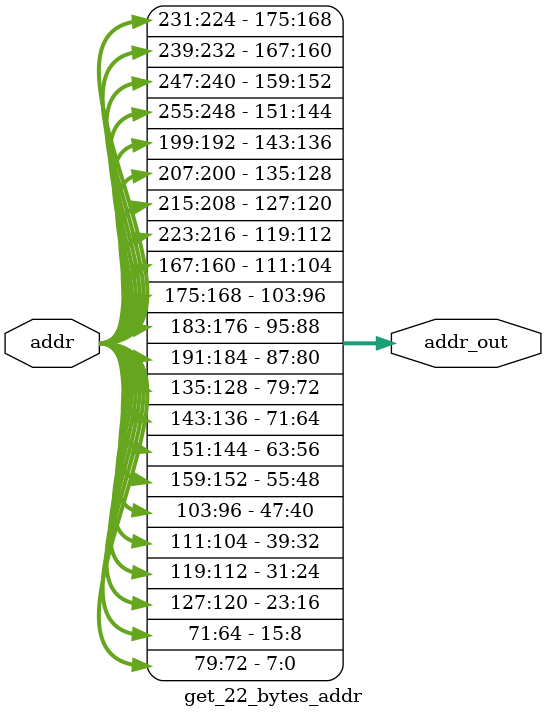
<source format=v>
`timescale 1ns / 1ps


module get_22_bytes_addr(
        input  wire [255:0] addr,
        output wire [175:0] addr_out
    );
    assign addr_out[175:0] = {addr[231:224],addr[239:232],addr[247:240],addr[255:248],
                      addr[199:192],addr[207:200],addr[215:208],addr[223:216],
                      addr[167:160],addr[175:168],addr[183:176],addr[191:184],
                      addr[135:128],addr[143:136],addr[151:144],addr[159:152],
                      addr[103:96],addr[111:104],addr[119:112],addr[127:120],
                      addr[71:64],addr[79:72]};
endmodule

</source>
